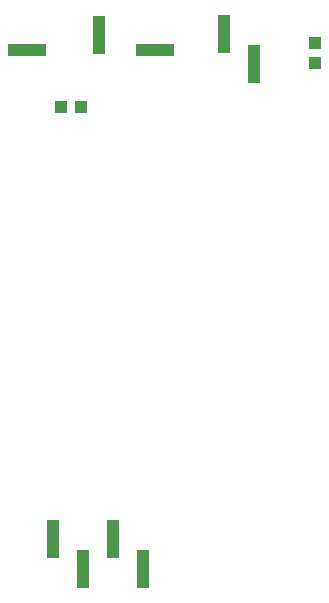
<source format=gbr>
G04 EAGLE Gerber X2 export*
%TF.Part,Single*%
%TF.FileFunction,Paste,Top*%
%TF.FilePolarity,Positive*%
%TF.GenerationSoftware,Autodesk,EAGLE,8.7.1*%
%TF.CreationDate,2018-05-26T03:40:12Z*%
G75*
%MOMM*%
%FSLAX34Y34*%
%LPD*%
%AMOC8*
5,1,8,0,0,1.08239X$1,22.5*%
G01*
%ADD10R,1.016000X3.302000*%
%ADD11R,3.302000X1.016000*%
%ADD12R,1.000000X1.100000*%
%ADD13R,1.100000X1.000000*%


D10*
X123190Y69850D03*
X97790Y95250D03*
X72390Y69850D03*
X46990Y95250D03*
D11*
X25400Y509270D03*
D10*
X191770Y523240D03*
X217170Y497840D03*
D11*
X133350Y509270D03*
D10*
X86360Y521970D03*
D12*
X269240Y498230D03*
X269240Y515230D03*
D13*
X53730Y461010D03*
X70730Y461010D03*
M02*

</source>
